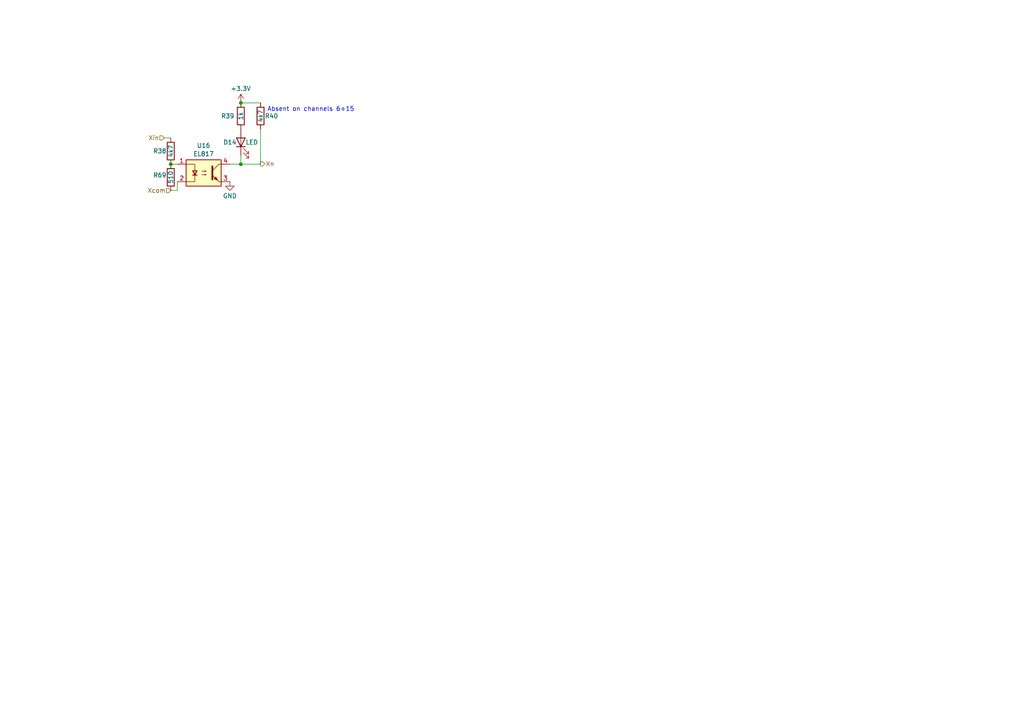
<source format=kicad_sch>
(kicad_sch (version 20250114) (generator "eeschema") (generator_version "9.0")
  (paper "A4")
  (lib_symbols
    (symbol "Device:LED" (pin_numbers (hide yes)) (pin_names (offset 1.016) (hide yes))
      (property "Reference" "D" (at 0 2.54 0))
      (property "Value" "LED" (at 0 -2.54 0))
      (symbol "LED_0_1"
        (polyline (pts (xy -3.048 -0.762) (xy -4.572 -2.286) (xy -3.81 -2.286) (xy -4.572 -2.286) (xy -4.572 -1.524)))
        (polyline (pts (xy -1.778 -0.762) (xy -3.302 -2.286) (xy -2.54 -2.286) (xy -3.302 -2.286) (xy -3.302 -1.524)))
        (polyline (pts (xy -1.27 0) (xy 1.27 0)))
        (polyline (pts (xy -1.27 -1.27) (xy -1.27 1.27)) (stroke (width 0.254)))
        (polyline (pts (xy 1.27 -1.27) (xy 1.27 1.27) (xy -1.27 0) (xy 1.27 -1.27)) (stroke (width 0.254)))
      )
      (symbol "LED_1_1"
        (pin passive line (at -3.81 0 0) (length 2.54) (name "K") (number "1"))
        (pin passive line (at 3.81 0 180) (length 2.54) (name "A") (number "2"))
      )
    )
    (symbol "Device:R" (pin_numbers (hide yes)) (pin_names (offset 0))
      (property "Reference" "R" (at 2.032 0 90))
      (property "Value" "R" (at 0 0 90))
      (symbol "R_0_1"
        (rectangle (start -1.016 -2.54) (end 1.016 2.54) (stroke (width 0.254)))
      )
      (symbol "R_1_1"
        (pin passive line (at 0 3.81 270) (length 1.27) (name "~") (number "1"))
        (pin passive line (at 0 -3.81 90) (length 1.27) (name "~") (number "2"))
      )
    )
    (symbol "Isolator:EL817" (pin_names (offset 1.016))
      (property "Reference" "U" (at -5.08 5.08 0))
      (property "Value" "EL817" (at 0 5.08 0))
      (symbol "EL817_0_1"
        (rectangle (start -5.08 3.81) (end 5.08 -3.81) (stroke (width 0.254)) (fill (type background)))
        (polyline (pts (xy -5.08 2.54) (xy -2.54 2.54) (xy -2.54 -0.635)))
        (polyline (pts (xy -3.175 -0.635) (xy -1.905 -0.635)) (stroke (width 0.254)))
        (polyline (pts (xy -2.54 -0.635) (xy -2.54 -2.54) (xy -5.08 -2.54)))
        (polyline (pts (xy -2.54 -0.635) (xy -3.175 0.635) (xy -1.905 0.635) (xy -2.54 -0.635)) (stroke (width 0.254)))
        (polyline (pts (xy -0.508 0.508) (xy 0.762 0.508) (xy 0.381 0.381) (xy 0.381 0.635) (xy 0.762 0.508)))
        (polyline (pts (xy -0.508 -0.508) (xy 0.762 -0.508) (xy 0.381 -0.635) (xy 0.381 -0.381) (xy 0.762 -0.508)))
        (polyline (pts (xy 2.54 1.905) (xy 2.54 -1.905) (xy 2.54 -1.905)) (stroke (width 0.508)))
        (polyline (pts (xy 2.54 0.635) (xy 4.445 2.54)))
        (polyline (pts (xy 3.048 -1.651) (xy 3.556 -1.143) (xy 4.064 -2.159) (xy 3.048 -1.651) (xy 3.048 -1.651)) (fill (type outline)))
        (polyline (pts (xy 4.445 2.54) (xy 5.08 2.54)))
        (polyline (pts (xy 4.445 -2.54) (xy 2.54 -0.635)) (fill (type outline)))
        (polyline (pts (xy 4.445 -2.54) (xy 5.08 -2.54)))
      )
      (symbol "EL817_1_1"
        (pin passive line (at -7.62 2.54 0) (length 2.54) (name "~") (number "1"))
        (pin passive line (at -7.62 -2.54 0) (length 2.54) (name "~") (number "2"))
        (pin passive line (at 7.62 2.54 180) (length 2.54) (name "~") (number "4"))
        (pin passive line (at 7.62 -2.54 180) (length 2.54) (name "~") (number "3"))
      )
    )
    (symbol "power:+3.3V" (power) (pin_numbers (hide yes)) (pin_names (offset 0) (hide yes))
      (property "Value" "+3.3V" (at 0 3.556 0))
      (symbol "+3.3V_0_1"
        (polyline (pts (xy -0.762 1.27) (xy 0 2.54)))
        (polyline (pts (xy 0 2.54) (xy 0.762 1.27)))
        (polyline (pts (xy 0 0) (xy 0 2.54)))
      )
      (symbol "+3.3V_1_1"
        (pin power_in line (at 0 0 90) (length 0) (name "~") (number "1"))
      )
    )
    (symbol "power:GND" (power) (pin_numbers (hide yes)) (pin_names (offset 0) (hide yes))
      (property "Value" "GND" (at 0 -3.81 0))
      (symbol "GND_0_1"
        (polyline (pts (xy 0 0) (xy 0 -1.27) (xy 1.27 -1.27) (xy 0 -2.54) (xy -1.27 -1.27) (xy 0 -1.27)))
      )
      (symbol "GND_1_1"
        (pin power_in line (at 0 0 270) (length 0) (name "~") (number "1"))
      )
    )
  )
  (text "Absent on channels 6÷15" (at 90.17 31.75 0) (effects (font (size 1.27 1.27))))
  (junction (at 69.85 47.625))
  (junction (at 69.85 29.845))
  (junction (at 49.53 47.625))
  (wire (pts (xy 49.53 47.625) (xy 51.435 47.625)))
  (wire (pts (xy 51.435 55.245) (xy 51.435 52.705)))
  (wire (pts (xy 69.85 29.845) (xy 75.565 29.845)))
  (wire (pts (xy 75.565 37.465) (xy 75.565 47.625)))
  (wire (pts (xy 49.53 55.245) (xy 51.435 55.245)))
  (wire (pts (xy 69.85 45.085) (xy 69.85 47.625)))
  (wire (pts (xy 75.565 47.625) (xy 69.85 47.625)))
  (wire (pts (xy 47.625 40.005) (xy 49.53 40.005)))
  (wire (pts (xy 69.85 47.625) (xy 66.675 47.625)))
  (hierarchical_label "Xn" (shape output) (at 75.565 47.5335 0))
  (hierarchical_label "Xin" (shape input) (at 47.625 40.005 180))
  (hierarchical_label "Xcom" (shape input) (at 49.53 55.245 180))
  (symbol (lib_id "Device:R") (at 69.85 33.655 180) (unit 1)
    (property "Reference" "R5" (at 66.04 33.655 0))
    (property "Value" "1k" (at 69.85 33.655 90))
    (property "Footprint" "Resistor_SMD:R_0603_1608Metric_Pad0.98x0.95mm_HandSolder" (effects (hide yes)))
    (property "Description" "Resistor" (effects (hide yes)))
    (instances (project "fx3u_24mr" (path "" (reference "R39") (unit 1)) (path "" (reference "R33") (unit 1)) (path "" (reference "R24") (unit 1)) (path "" (reference "R9") (unit 1)) (path "" (reference "R42") (unit 1)) (path "" (reference "R15") (unit 1)) (path "" (reference "R18") (unit 1)) (path "" (reference "R30") (unit 1)) (path "" (reference "R12") (unit 1)) (path "" (reference "R36") (unit 1)) (path "" (reference "R21") (unit 1)) (path "" (reference "R27") (unit 1)) (path "" (reference "R45") (unit 1)) (path "" (reference "R5") (unit 1))))
  )
  (symbol (lib_id "Device:R") (at 49.53 51.435 0) (unit 1)
    (property "Reference" "R58" (at 46.355 50.8 0))
    (property "Value" "510" (at 49.53 51.435 90))
    (property "Footprint" "Resistor_SMD:R_0603_1608Metric_Pad0.98x0.95mm_HandSolder" (effects (hide yes)))
    (property "Description" "Resistor" (effects (hide yes)))
    (instances (project "fx3u_24mr" (path "" (reference "R69") (unit 1)) (path "" (reference "R67") (unit 1)) (path "" (reference "R64") (unit 1)) (path "" (reference "R59") (unit 1)) (path "" (reference "R70") (unit 1)) (path "" (reference "R61") (unit 1)) (path "" (reference "R62") (unit 1)) (path "" (reference "R66") (unit 1)) (path "" (reference "R60") (unit 1)) (path "" (reference "R68") (unit 1)) (path "" (reference "R63") (unit 1)) (path "" (reference "R65") (unit 1)) (path "" (reference "R71") (unit 1)) (path "" (reference "R58") (unit 1))))
  )
  (symbol (lib_id "Device:R") (at 49.53 43.815 180) (unit 1)
    (property "Reference" "R7" (at 46.355 43.815 0))
    (property "Value" "4k7" (at 49.53 43.815 90))
    (property "Footprint" "Resistor_SMD:R_0603_1608Metric_Pad0.98x0.95mm_HandSolder" (effects (hide yes)))
    (property "Description" "Resistor" (effects (hide yes)))
    (instances (project "fx3u_24mr" (path "" (reference "R38") (unit 1)) (path "" (reference "R32") (unit 1)) (path "" (reference "R23") (unit 1)) (path "" (reference "R8") (unit 1)) (path "" (reference "R41") (unit 1)) (path "" (reference "R14") (unit 1)) (path "" (reference "R17") (unit 1)) (path "" (reference "R29") (unit 1)) (path "" (reference "R11") (unit 1)) (path "" (reference "R35") (unit 1)) (path "" (reference "R20") (unit 1)) (path "" (reference "R26") (unit 1)) (path "" (reference "R44") (unit 1)) (path "" (reference "R7") (unit 1))))
  )
  (symbol (lib_id "power:GND") (at 66.675 52.705 0) (unit 1)
    (property "Reference" "#PWR0106" (effects (hide yes)))
    (property "Value" "GND" (at 66.675 56.8381 0))
    (property "Description" "Power symbol creates a global label with name \"GND\" , ground" (effects (hide yes)))
    (instances (project "fx3u_24mr" (path "" (reference "#PWR038") (unit 1)) (path "" (reference "#PWR034") (unit 1)) (path "" (reference "#PWR028") (unit 1)) (path "" (reference "#PWR018") (unit 1)) (path "" (reference "#PWR040") (unit 1)) (path "" (reference "#PWR022") (unit 1)) (path "" (reference "#PWR024") (unit 1)) (path "" (reference "#PWR032") (unit 1)) (path "" (reference "#PWR020") (unit 1)) (path "" (reference "#PWR036") (unit 1)) (path "" (reference "#PWR026") (unit 1)) (path "" (reference "#PWR030") (unit 1)) (path "" (reference "#PWR042") (unit 1)) (path "" (reference "#PWR0106") (unit 1))))
  )
  (symbol (lib_id "power:+3.3V") (at 69.85 29.845 0) (unit 1)
    (property "Reference" "#PWR017" (effects (hide yes)))
    (property "Value" "+3.3V" (at 69.85 25.7119 0))
    (property "Description" "Power symbol creates a global label with name \"+3.3V\"" (effects (hide yes)))
    (instances (project "fx3u_24mr" (path "" (reference "#PWR039") (unit 1)) (path "" (reference "#PWR035") (unit 1)) (path "" (reference "#PWR029") (unit 1)) (path "" (reference "#PWR019") (unit 1)) (path "" (reference "#PWR041") (unit 1)) (path "" (reference "#PWR023") (unit 1)) (path "" (reference "#PWR025") (unit 1)) (path "" (reference "#PWR033") (unit 1)) (path "" (reference "#PWR021") (unit 1)) (path "" (reference "#PWR037") (unit 1)) (path "" (reference "#PWR027") (unit 1)) (path "" (reference "#PWR031") (unit 1)) (path "" (reference "#PWR043") (unit 1)) (path "" (reference "#PWR017") (unit 1))))
  )
  (symbol (lib_id "Isolator:EL817") (at 59.055 50.165 0) (unit 1)
    (property "Reference" "U2" (at 59.055 42.2105 0))
    (property "Value" "EL817" (at 59.055 44.6348 0))
    (property "Footprint" "Package_DIP:DIP-4_W7.62mm" (effects (hide yes)))
    (property "Datasheet" "http://www.everlight.com/file/ProductFile/EL817.pdf" (effects (hide yes)))
    (property "Description" "DC Optocoupler, Vce 35V, DIP-4" (effects (hide yes)))
    (instances (project "fx3u_24mr" (path "" (reference "U16") (unit 1)) (path "" (reference "U14") (unit 1)) (path "" (reference "U11") (unit 1)) (path "" (reference "U6") (unit 1)) (path "" (reference "U17") (unit 1)) (path "" (reference "U8") (unit 1)) (path "" (reference "U9") (unit 1)) (path "" (reference "U13") (unit 1)) (path "" (reference "U7") (unit 1)) (path "" (reference "U15") (unit 1)) (path "" (reference "U10") (unit 1)) (path "" (reference "U12") (unit 1)) (path "" (reference "U18") (unit 1)) (path "" (reference "U2") (unit 1))))
  )
  (symbol (lib_id "Device:R") (at 75.565 33.655 180) (unit 1)
    (property "Reference" "R6" (at 78.74 33.655 0))
    (property "Value" "4k7" (at 75.565 33.655 90))
    (property "Footprint" "Resistor_SMD:R_0603_1608Metric_Pad0.98x0.95mm_HandSolder" (effects (hide yes)))
    (property "Description" "Resistor" (effects (hide yes)))
    (instances (project "fx3u_24mr" (path "" (reference "R40") (unit 1)) (path "" (reference "R34") (unit 1)) (path "" (reference "R25") (unit 1)) (path "" (reference "R10") (unit 1)) (path "" (reference "R43") (unit 1)) (path "" (reference "R16") (unit 1)) (path "" (reference "R19") (unit 1)) (path "" (reference "R31") (unit 1)) (path "" (reference "R13") (unit 1)) (path "" (reference "R37") (unit 1)) (path "" (reference "R22") (unit 1)) (path "" (reference "R28") (unit 1)) (path "" (reference "R46") (unit 1)) (path "" (reference "R6") (unit 1))))
  )
  (symbol (lib_id "Device:LED") (at 69.85 41.275 90) (unit 1)
    (property "Reference" "D3" (at 66.675 41.275 90))
    (property "Value" "LED" (at 73.025 41.275 90))
    (property "Footprint" "LED_SMD:LED_0805_2012Metric_Pad1.15x1.40mm_HandSolder" (effects (hide yes)))
    (property "Description" "Light emitting diode" (effects (hide yes)))
    (instances (project "fx3u_24mr" (path "" (reference "D14") (unit 1)) (path "" (reference "D12") (unit 1)) (path "" (reference "D9") (unit 1)) (path "" (reference "D4") (unit 1)) (path "" (reference "D15") (unit 1)) (path "" (reference "D6") (unit 1)) (path "" (reference "D7") (unit 1)) (path "" (reference "D11") (unit 1)) (path "" (reference "D5") (unit 1)) (path "" (reference "D13") (unit 1)) (path "" (reference "D8") (unit 1)) (path "" (reference "D10") (unit 1)) (path "" (reference "D16") (unit 1)) (path "" (reference "D3") (unit 1))))
  )
)
</source>
